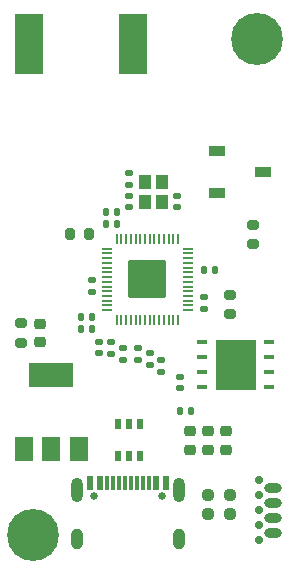
<source format=gbr>
%TF.GenerationSoftware,KiCad,Pcbnew,7.0.2*%
%TF.CreationDate,2023-10-20T21:52:04-04:00*%
%TF.ProjectId,XBee_Joint,58426565-5f4a-46f6-996e-742e6b696361,rev?*%
%TF.SameCoordinates,Original*%
%TF.FileFunction,Soldermask,Top*%
%TF.FilePolarity,Negative*%
%FSLAX46Y46*%
G04 Gerber Fmt 4.6, Leading zero omitted, Abs format (unit mm)*
G04 Created by KiCad (PCBNEW 7.0.2) date 2023-10-20 21:52:04*
%MOMM*%
%LPD*%
G01*
G04 APERTURE LIST*
G04 Aperture macros list*
%AMRoundRect*
0 Rectangle with rounded corners*
0 $1 Rounding radius*
0 $2 $3 $4 $5 $6 $7 $8 $9 X,Y pos of 4 corners*
0 Add a 4 corners polygon primitive as box body*
4,1,4,$2,$3,$4,$5,$6,$7,$8,$9,$2,$3,0*
0 Add four circle primitives for the rounded corners*
1,1,$1+$1,$2,$3*
1,1,$1+$1,$4,$5*
1,1,$1+$1,$6,$7*
1,1,$1+$1,$8,$9*
0 Add four rect primitives between the rounded corners*
20,1,$1+$1,$2,$3,$4,$5,0*
20,1,$1+$1,$4,$5,$6,$7,0*
20,1,$1+$1,$6,$7,$8,$9,0*
20,1,$1+$1,$8,$9,$2,$3,0*%
G04 Aperture macros list end*
%ADD10RoundRect,0.135000X0.185000X-0.135000X0.185000X0.135000X-0.185000X0.135000X-0.185000X-0.135000X0*%
%ADD11RoundRect,0.200000X-0.200000X-0.275000X0.200000X-0.275000X0.200000X0.275000X-0.200000X0.275000X0*%
%ADD12RoundRect,0.140000X-0.140000X-0.170000X0.140000X-0.170000X0.140000X0.170000X-0.140000X0.170000X0*%
%ADD13RoundRect,0.200000X0.275000X-0.200000X0.275000X0.200000X-0.275000X0.200000X-0.275000X-0.200000X0*%
%ADD14RoundRect,0.140000X0.140000X0.170000X-0.140000X0.170000X-0.140000X-0.170000X0.140000X-0.170000X0*%
%ADD15C,0.650000*%
%ADD16R,0.600000X1.150000*%
%ADD17R,0.300000X1.150000*%
%ADD18O,1.000000X2.100000*%
%ADD19O,1.000000X1.800000*%
%ADD20C,0.700000*%
%ADD21O,1.500000X0.800000*%
%ADD22RoundRect,0.140000X-0.170000X0.140000X-0.170000X-0.140000X0.170000X-0.140000X0.170000X0.140000X0*%
%ADD23RoundRect,0.050000X0.387500X0.050000X-0.387500X0.050000X-0.387500X-0.050000X0.387500X-0.050000X0*%
%ADD24RoundRect,0.050000X0.050000X0.387500X-0.050000X0.387500X-0.050000X-0.387500X0.050000X-0.387500X0*%
%ADD25RoundRect,0.144000X1.456000X1.456000X-1.456000X1.456000X-1.456000X-1.456000X1.456000X-1.456000X0*%
%ADD26R,1.406398X0.811200*%
%ADD27RoundRect,0.225000X-0.250000X0.225000X-0.250000X-0.225000X0.250000X-0.225000X0.250000X0.225000X0*%
%ADD28RoundRect,0.140000X0.170000X-0.140000X0.170000X0.140000X-0.170000X0.140000X-0.170000X-0.140000X0*%
%ADD29R,0.965200X0.431800*%
%ADD30R,3.454400X4.343400*%
%ADD31C,4.400000*%
%ADD32R,1.000000X1.150000*%
%ADD33R,0.558000X0.972299*%
%ADD34RoundRect,0.218750X0.256250X-0.218750X0.256250X0.218750X-0.256250X0.218750X-0.256250X-0.218750X0*%
%ADD35RoundRect,0.200000X-0.275000X0.200000X-0.275000X-0.200000X0.275000X-0.200000X0.275000X0.200000X0*%
%ADD36RoundRect,0.237500X-0.250000X-0.237500X0.250000X-0.237500X0.250000X0.237500X-0.250000X0.237500X0*%
%ADD37RoundRect,0.237500X0.250000X0.237500X-0.250000X0.237500X-0.250000X-0.237500X0.250000X-0.237500X0*%
%ADD38R,1.500000X2.000000*%
%ADD39R,3.800000X2.000000*%
%ADD40R,2.420000X5.080000*%
G04 APERTURE END LIST*
D10*
%TO.C,R3*%
X76930000Y-132120000D03*
X76930000Y-131100000D03*
%TD*%
D11*
%TO.C,R4*%
X72405000Y-121430000D03*
X74055000Y-121430000D03*
%TD*%
D12*
%TO.C,C12*%
X83780000Y-124480000D03*
X84740000Y-124480000D03*
%TD*%
D13*
%TO.C,R6*%
X68286250Y-130652500D03*
X68286250Y-129002500D03*
%TD*%
D14*
%TO.C,C15*%
X74300000Y-128465000D03*
X73340000Y-128465000D03*
%TD*%
D15*
%TO.C,J2*%
X74450000Y-143615000D03*
X80230000Y-143615000D03*
D16*
X74140000Y-142540000D03*
X74940000Y-142540000D03*
D17*
X76090000Y-142540000D03*
X77090000Y-142540000D03*
X77590000Y-142540000D03*
X78590000Y-142540000D03*
D16*
X79740000Y-142540000D03*
X80540000Y-142540000D03*
X80540000Y-142540000D03*
X79740000Y-142540000D03*
D17*
X79090000Y-142540000D03*
X78090000Y-142540000D03*
X76590000Y-142540000D03*
X75590000Y-142540000D03*
D16*
X74940000Y-142540000D03*
X74140000Y-142540000D03*
D18*
X73020000Y-143115000D03*
D19*
X73020000Y-147295000D03*
D18*
X81660000Y-143115000D03*
D19*
X81660000Y-147295000D03*
%TD*%
D20*
%TO.C,J1*%
X88454500Y-147380000D03*
X88454500Y-146110000D03*
X88454500Y-144840000D03*
X88454500Y-143570000D03*
X88454500Y-142300000D03*
D21*
X89609500Y-142935000D03*
X89609500Y-144205000D03*
X89609500Y-145475000D03*
X89609500Y-146745000D03*
%TD*%
D14*
%TO.C,C7*%
X76410000Y-119630000D03*
X75450000Y-119630000D03*
%TD*%
D22*
%TO.C,C8*%
X74300000Y-125390000D03*
X74300000Y-126350000D03*
%TD*%
D23*
%TO.C,U1*%
X82422500Y-127910000D03*
X82422500Y-127510000D03*
X82422500Y-127110000D03*
X82422500Y-126710000D03*
X82422500Y-126310000D03*
X82422500Y-125910000D03*
X82422500Y-125510000D03*
X82422500Y-125110000D03*
X82422500Y-124710000D03*
X82422500Y-124310000D03*
X82422500Y-123910000D03*
X82422500Y-123510000D03*
X82422500Y-123110000D03*
X82422500Y-122710000D03*
D24*
X81585000Y-121872500D03*
X81185000Y-121872500D03*
X80785000Y-121872500D03*
X80385000Y-121872500D03*
X79985000Y-121872500D03*
X79585000Y-121872500D03*
X79185000Y-121872500D03*
X78785000Y-121872500D03*
X78385000Y-121872500D03*
X77985000Y-121872500D03*
X77585000Y-121872500D03*
X77185000Y-121872500D03*
X76785000Y-121872500D03*
X76385000Y-121872500D03*
D23*
X75547500Y-122710000D03*
X75547500Y-123110000D03*
X75547500Y-123510000D03*
X75547500Y-123910000D03*
X75547500Y-124310000D03*
X75547500Y-124710000D03*
X75547500Y-125110000D03*
X75547500Y-125510000D03*
X75547500Y-125910000D03*
X75547500Y-126310000D03*
X75547500Y-126710000D03*
X75547500Y-127110000D03*
X75547500Y-127510000D03*
X75547500Y-127910000D03*
D24*
X76385000Y-128747500D03*
X76785000Y-128747500D03*
X77185000Y-128747500D03*
X77585000Y-128747500D03*
X77985000Y-128747500D03*
X78385000Y-128747500D03*
X78785000Y-128747500D03*
X79185000Y-128747500D03*
X79585000Y-128747500D03*
X79985000Y-128747500D03*
X80385000Y-128747500D03*
X80785000Y-128747500D03*
X81185000Y-128747500D03*
X81585000Y-128747500D03*
D25*
X78985000Y-125310000D03*
%TD*%
D26*
%TO.C,SW2*%
X84870000Y-114452798D03*
X84870000Y-117952802D03*
X88754600Y-116202800D03*
%TD*%
D27*
%TO.C,C16*%
X84140000Y-138170000D03*
X84140000Y-139720000D03*
%TD*%
D28*
%TO.C,C9*%
X83800000Y-127790000D03*
X83800000Y-126830000D03*
%TD*%
%TO.C,C2*%
X81530000Y-119185000D03*
X81530000Y-118225000D03*
%TD*%
D29*
%TO.C,U4*%
X89320400Y-134445000D03*
X89320400Y-133175000D03*
X89320400Y-131905000D03*
X89320400Y-130635000D03*
X83580000Y-130635000D03*
X83580000Y-131905000D03*
X83580000Y-133175000D03*
X83580000Y-134445000D03*
D30*
X86450200Y-132540000D03*
%TD*%
D27*
%TO.C,C18*%
X82610000Y-138175000D03*
X82610000Y-139725000D03*
%TD*%
D31*
%TO.C,H1*%
X69290000Y-146970000D03*
%TD*%
D28*
%TO.C,C3*%
X77440000Y-117295000D03*
X77440000Y-116335000D03*
%TD*%
D13*
%TO.C,R8*%
X85990000Y-128265000D03*
X85990000Y-126615000D03*
%TD*%
D27*
%TO.C,C17*%
X85670000Y-138175000D03*
X85670000Y-139725000D03*
%TD*%
D22*
%TO.C,C11*%
X80170000Y-132155000D03*
X80170000Y-133115000D03*
%TD*%
D32*
%TO.C,Y1*%
X78785000Y-117040000D03*
X78785000Y-118790000D03*
X80185000Y-118790000D03*
X80185000Y-117040000D03*
%TD*%
D31*
%TO.C,H2*%
X88290000Y-104970000D03*
%TD*%
D14*
%TO.C,C13*%
X82700000Y-136410000D03*
X81740000Y-136410000D03*
%TD*%
D33*
%TO.C,U5*%
X78390001Y-137507549D03*
X77440000Y-137507549D03*
X76489999Y-137507549D03*
X76489999Y-140232451D03*
X77440000Y-140232451D03*
X78390001Y-140232451D03*
%TD*%
D22*
%TO.C,R1*%
X77430000Y-118225000D03*
X77430000Y-119185000D03*
%TD*%
D34*
%TO.C,D1*%
X69876250Y-130615000D03*
X69876250Y-129040000D03*
%TD*%
D14*
%TO.C,C4*%
X76420000Y-120630000D03*
X75460000Y-120630000D03*
%TD*%
D22*
%TO.C,C1*%
X81760000Y-133565000D03*
X81760000Y-134525000D03*
%TD*%
D35*
%TO.C,R7*%
X87900000Y-120655000D03*
X87900000Y-122305000D03*
%TD*%
D36*
%TO.C,R10*%
X84137500Y-143540000D03*
X85962500Y-143540000D03*
%TD*%
D10*
%TO.C,R2*%
X78180000Y-132130000D03*
X78180000Y-131110000D03*
%TD*%
D37*
%TO.C,R9*%
X85952500Y-145200000D03*
X84127500Y-145200000D03*
%TD*%
D38*
%TO.C,U2*%
X68560000Y-139680000D03*
X70860000Y-139680000D03*
D39*
X70860000Y-133380000D03*
D38*
X73160000Y-139680000D03*
%TD*%
D22*
%TO.C,C10*%
X79180000Y-131565000D03*
X79180000Y-132525000D03*
%TD*%
%TO.C,C5*%
X75910000Y-130620000D03*
X75910000Y-131580000D03*
%TD*%
D14*
%TO.C,C14*%
X74300000Y-129505000D03*
X73340000Y-129505000D03*
%TD*%
D22*
%TO.C,C6*%
X74920000Y-130610000D03*
X74920000Y-131570000D03*
%TD*%
D40*
%TO.C,AE1*%
X77730000Y-105360000D03*
X68970000Y-105360000D03*
%TD*%
M02*

</source>
